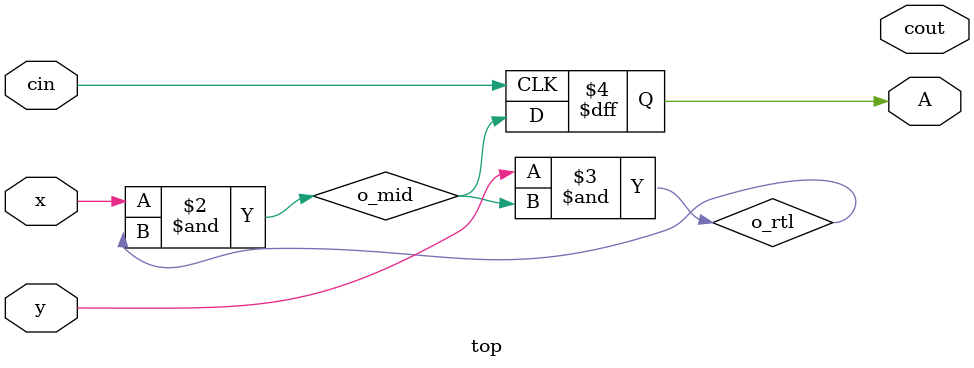
<source format=v>
module top
(
 input x,
 input y,
 input cin,

 output reg A,
 output cout
 );
 parameter X = 1;
 wire o_mid,o_rtl;

always @(posedge cin)
	A <= o_mid;

assign o_mid = x & o_rtl;
assign o_rtl = y & o_mid;

endmodule

</source>
